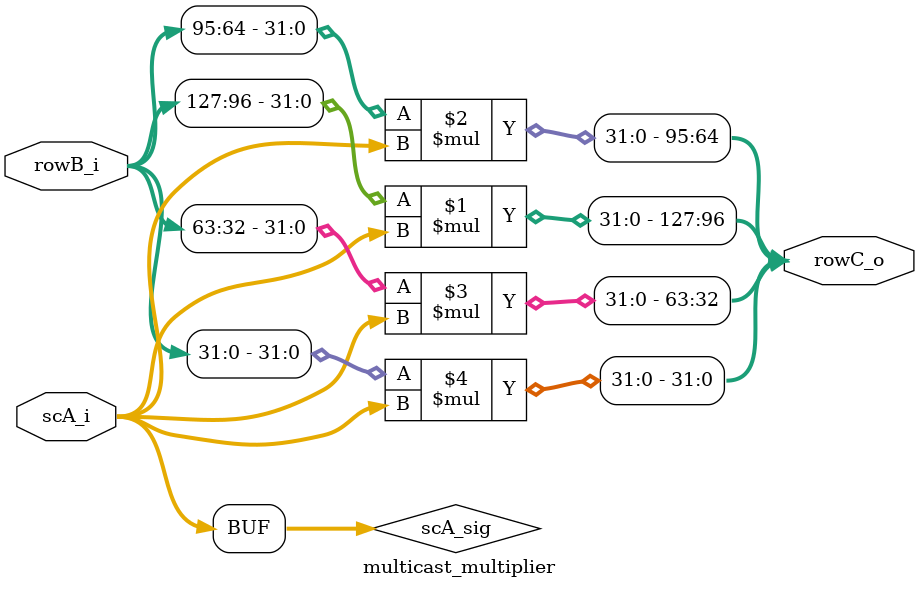
<source format=sv>
`timescale 1ns / 1ps

module multicast_multiplier(
                            input wire [31:0] scA_i,
                            input wire [127:0] rowB_i,
                            output wire [127:0] rowC_o
    );


logic [31:0] scA_sig;
integer rowB_arr[0:3], rowC_arr [0:3];

assign scA_sig = scA_i;

assign rowC_o[127:96] = rowB_i[127:96] * scA_sig;
assign rowC_o[95:64]  = rowB_i[95:64] * scA_sig; 
assign rowC_o[63:32]  = rowB_i[63:32] * scA_sig;
assign rowC_o[31:0]   = rowB_i[31:0] * scA_sig;

endmodule
</source>
